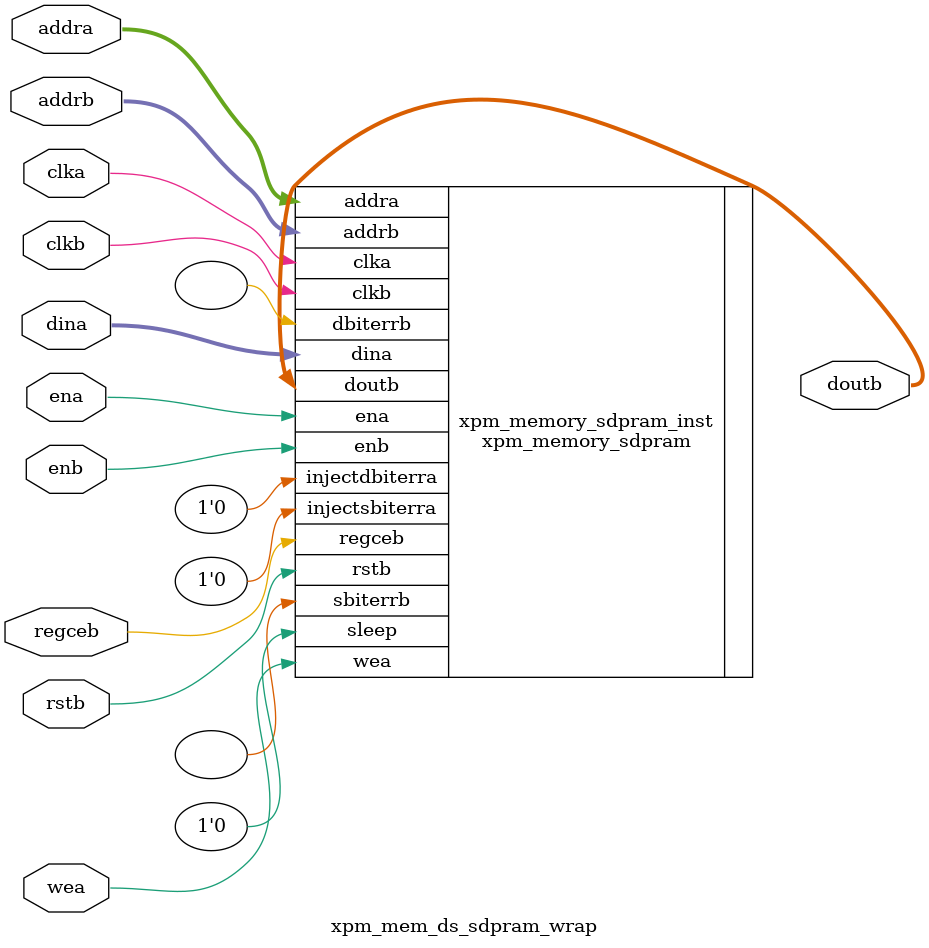
<source format=v>
`timescale 1ps / 1ps

`define EXDES_ADC_RAM_SINK

(* DowngradeIPIdentifiedWarnings="yes" *)
module exdes_rfadc_data_sink #(
  parameter  p_connections       = 8,
  parameter  p_connection_width  = 16
) (

   // AXI-Lite Interface
   (* X_INTERFACE_INFO = "xilinx.com:interface:aximm:1.0 s_axi AWADDR"  *) input  wire [17:0]  s_axi_awaddr   , // 
   (* X_INTERFACE_INFO = "xilinx.com:interface:aximm:1.0 s_axi AWVALID" *) input  wire         s_axi_awvalid  , // 
   (* X_INTERFACE_INFO = "xilinx.com:interface:aximm:1.0 s_axi AWREADY" *) output wire         s_axi_awready  , // 
   (* X_INTERFACE_INFO = "xilinx.com:interface:aximm:1.0 s_axi WDATA"   *) input  wire [31:0]  s_axi_wdata    , // 
   (* X_INTERFACE_INFO = "xilinx.com:interface:aximm:1.0 s_axi WVALID"  *) input  wire         s_axi_wvalid   , // 
   (* X_INTERFACE_INFO = "xilinx.com:interface:aximm:1.0 s_axi WREADY"  *) output wire         s_axi_wready   , //
   (* X_INTERFACE_INFO = "xilinx.com:interface:aximm:1.0 s_axi WSTRB"   *) input  wire  [3:0]  s_axi_wstrb    , //
   (* X_INTERFACE_INFO = "xilinx.com:interface:aximm:1.0 s_axi BRESP"   *) output wire  [1:0]  s_axi_bresp    , // 
   (* X_INTERFACE_INFO = "xilinx.com:interface:aximm:1.0 s_axi BVALID"  *) output wire         s_axi_bvalid   , // 
   (* X_INTERFACE_INFO = "xilinx.com:interface:aximm:1.0 s_axi BREADY"  *) input  wire         s_axi_bready   , // 
   (* X_INTERFACE_INFO = "xilinx.com:interface:aximm:1.0 s_axi ARADDR"  *) input  wire [17:0]  s_axi_araddr   , // 
   (* X_INTERFACE_INFO = "xilinx.com:interface:aximm:1.0 s_axi ARVALID" *) input  wire         s_axi_arvalid  , // 
   (* X_INTERFACE_INFO = "xilinx.com:interface:aximm:1.0 s_axi ARREADY" *) output wire         s_axi_arready  , // 
   (* X_INTERFACE_INFO = "xilinx.com:interface:aximm:1.0 s_axi RDATA"   *) output wire [31:0]  s_axi_rdata    , // 
   (* X_INTERFACE_INFO = "xilinx.com:interface:aximm:1.0 s_axi RRESP"   *) output wire  [1:0]  s_axi_rresp    , // 
   (* X_INTERFACE_INFO = "xilinx.com:interface:aximm:1.0 s_axi RVALID"  *) output wire         s_axi_rvalid   , // 
   (* X_INTERFACE_INFO = "xilinx.com:interface:aximm:1.0 s_axi RREADY"  *) input  wire         s_axi_rready   ,  // 

   (* X_INTERFACE_INFO = "xilinx.com:interface:axis:1.0 s00 TDATA" *)       input  wire [127:0] s00_tdata , //
   (* X_INTERFACE_INFO = "xilinx.com:interface:axis:1.0 s00 TVALID" *)      input  wire         s00_tvalid, //
   (* X_INTERFACE_INFO = "xilinx.com:interface:axis:1.0 s00 TREADY" *)      output wire         s00_tready, //

   (* X_INTERFACE_INFO = "xilinx.com:signal:clock:1.0 s0_axis_clock CLK" *)
   (* X_INTERFACE_PARAMETER = "ASSOCIATED_BUSIF s00" *)
                                                                               input  wire         s0_axis_clock, //

   // Checker status for ADC path
   output reg            error_flag=0,
   output reg            done_flag=0,

   // AXI-Lite Clock/Reset. Be explicit with the IPI interface declarations
   (* X_INTERFACE_INFO = "xilinx.com:signal:clock:1.0 s_axi_aclk CLK" *)
   (* X_INTERFACE_PARAMETER = "ASSOCIATED_BUSIF s_axi" *)
   input  wire           s_axi_aclk   ,
   (* X_INTERFACE_INFO = "xilinx.com:signal:reset:1.0 s_axi_aresetn RST" *)
   (* X_INTERFACE_PARAMETER = "POLARITY ACTIVE_LOW" *)
   input  wire           s_axi_aresetn
  
  );

// ----------------------------------------------------------------------------
// Local params
// ----------------------------------------------------------------------------
localparam  p_useable_width     = 16;
localparam  p_useable_offset    = 0;
localparam  p_data_inc_val_init = 1;
localparam  p_change_width      = 12;
localparam  p_data_type_width   = 4;
localparam  p_increment_w       = 12;

// ----------------------------------------------------------------------------
// Variable declarations
// ----------------------------------------------------------------------------
wire        enable;
wire        timeout_enable;
wire [11:0] timeout_value;
reg  [1:0]  done_delay = 2'd3;
wire [15:0] done_axi_reg;
wire [15:0] error_axi_reg;

wire [0:0] error_bus;
wire [0:0] error_bus_rt;
wire [0:0] done_bus;
wire [0:0] done_bus_rt;
wire [3:0] axis_resetn_rt;
wire                                    [7:0] s00_ds_enable       ; //
wire                      [p_increment_w-1:0] s00_ds_inc          ; //
wire                  [p_data_type_width-1:0] s00_ds_type         ; //
wire                     [p_change_width-1:0] s00_ds_change_count ; //
wire                                    [1:0] s00_ds_control      ; //
wire                                          s00_ds_pulse_control; //
wire                                          s00_ds_status       ; //


// ----------------------------------------------------------------------------
// Data generator tile 0
// ----------------------------------------------------------------------------
`ifdef EXDES_ADC_RAM_SINK

xpm_mem_ds_dataCap  #( 

   .wordWidth(p_connection_width * 8)

) ds_slice_00 (

  .clk             (s0_axis_clock),
  .enable          (s00_ds_pulse_control), // This should be a pulse 
  .addrb           (s00_ds_inc  ),
  .doutb           (  ), 
  .working         (s00_ds_status  ), 
  .data_to_capture (s00_tdata)          

);

`else

ds_slice #(

   .p_cons          ( 8    ),
   .p_con_w            (p_connection_width ),
   .p_useable_w        (p_useable_width    ),
   .p_increment_w      (p_increment_w      ),
   .p_data_type_w      (p_data_type_width  ),
   .p_change_w         (p_change_width     )

) ds_slice_00 (
   .clk             (s0_axis_clock),
   //.ds_enable       (s00_ds_enable[7:0] & {8{s00_tvalid}}),
   .ds_enable       (s00_ds_enable[7:0]),
   .ds_inc          (s00_ds_inc          ),
   .ds_type         (s00_ds_type         ),
   .ds_in           (s00_tdata           ),
   .ds_change_count (s00_ds_change_count ),
   .ds_done         (done_bus[0]),
   .ds_error        (error_bus[0])
);

`endif

assign s00_tready = s00_ds_enable;

//-----------------------------------------------------------------------------
// Retime the error flags onto the AXI clock
//-----------------------------------------------------------------------------
xpm_cdc_single #(.SRC_INPUT_REG(0), .DEST_SYNC_FF(5)) cdc_error_0i (.src_clk(1'd0),.dest_clk (s_axi_aclk), .src_in (error_bus[0]), .dest_out (error_bus_rt[0]) );

always @(posedge s_axi_aclk)
   error_flag <= |error_bus_rt;

//-----------------------------------------------------------------------------
// Retime the done flags onto the AXI clock. Make output posedge sticky
//-----------------------------------------------------------------------------
xpm_cdc_single #(.SRC_INPUT_REG(0), .DEST_SYNC_FF(5)) cdc_done_0i (.src_clk(1'd0), .dest_clk (s_axi_aclk), .src_in (done_bus[0]), .dest_out (done_bus_rt[0]) );

always @(posedge s_axi_aclk) begin
   done_delay <= {done_delay[0],&done_bus_rt};
   if (~enable)
      done_flag <= 1'd0; 
   else 
      if (~done_delay[1] & done_delay[0])
         done_flag <= 1'd1; 
end

//-----------------------------------------------------------------------------
// Retime the AXIS resets for each tile
//-----------------------------------------------------------------------------
xpm_cdc_sync_rst #(.INIT(0), .INIT_SYNC_FF(1), .DEST_SYNC_FF(5)) cdc_arstn_0i ( .dest_clk (s0_axis_clock), .src_rst (s_axi_aresetn), .dest_rst (axis_resetn_rt[0]) );
assign axis_resetn_rt[1] = s_axi_aresetn;
assign axis_resetn_rt[2] = s_axi_aresetn;
assign axis_resetn_rt[3] = s_axi_aresetn;

//-----------------------------------------------------------------------------
// Create a Tile/Slice ordered bus for the AXI interface
//-----------------------------------------------------------------------------
assign done_axi_reg [ 0] = done_bus_rt [0];
assign error_axi_reg[ 0] = error_bus_rt[0];
assign done_axi_reg [ 1] = 1'd1;
assign error_axi_reg[ 1] = 1'd0;
assign done_axi_reg [ 2] = 1'd1;
assign error_axi_reg[ 2] = 1'd0;
assign done_axi_reg [ 3] = 1'd1;
assign error_axi_reg[ 3] = 1'd0;
assign done_axi_reg [ 4] = 1'd1;
assign error_axi_reg[ 4] = 1'd0;
assign done_axi_reg [ 5] = 1'd1;
assign error_axi_reg[ 5] = 1'd0;
assign done_axi_reg [ 6] = 1'd1;
assign error_axi_reg[ 6] = 1'd0;
assign done_axi_reg [ 7] = 1'd1;
assign error_axi_reg[ 7] = 1'd0;
assign done_axi_reg [ 8] = 1'd1;
assign error_axi_reg[ 8] = 1'd0;
assign done_axi_reg [ 9] = 1'd1;
assign error_axi_reg[ 9] = 1'd0;
assign done_axi_reg [10] = 1'd1;
assign error_axi_reg[10] = 1'd0;
assign done_axi_reg [11] = 1'd1;
assign error_axi_reg[11] = 1'd0;
assign done_axi_reg [12] = 1'd1;
assign error_axi_reg[12] = 1'd0;
assign done_axi_reg [13] = 1'd1;
assign error_axi_reg[13] = 1'd0;
assign done_axi_reg [14] = 1'd1;
assign error_axi_reg[14] = 1'd0;
assign done_axi_reg [15] = 1'd1;
assign error_axi_reg[15] = 1'd0;

//-----------------------------------------------------------------------------
// Control register map. Reusing the same bank as generated for the DAC
// data path control, hence the naming on the block below
//-----------------------------------------------------------------------------
rfadc_exdes_ctrl rfadc_exdes_ctrl_i (
   .adc00_ds_enable_0         (s00_ds_enable      ), //
   .adc00_ds_inc_0            (s00_ds_inc         ), //
   .adc00_ds_type_0           (s00_ds_type        ), //
   .adc00_ds_control_0        (s00_ds_control     ), //
   .adc00_ds_change_count_0   (s00_ds_change_count), //

   .adc00_ds_pulse_control_0  (s00_ds_pulse_control),
`ifdef EXDES_ADC_RAM_SINK
   .adc00_ds_status_0         (s00_ds_status ),
   .adc00_ds_data_0           (s00_tdata),
`else
   .adc00_ds_status_0         (1'b0  ),
   .adc00_ds_data_0           (128'd0),
`endif

   .adc01_ds_enable_0         (), //
   .adc01_ds_inc_0            (), //
   .adc01_ds_type_0           (), //
   .adc01_ds_control_0        (), //
   .adc01_ds_change_count_0   (), //

   .adc01_ds_pulse_control_0  (),
   .adc01_ds_status_0         (1'd0 ),
   .adc01_ds_data_0           (128'd0),

   .adc02_ds_enable_0         (), //
   .adc02_ds_inc_0            (), //
   .adc02_ds_type_0           (), //
   .adc02_ds_control_0        (), //
   .adc02_ds_change_count_0   (), //

   .adc02_ds_pulse_control_0  (),
   .adc02_ds_status_0         (1'd0 ),
   .adc02_ds_data_0           (128'd0),

   .adc03_ds_enable_0         (), //
   .adc03_ds_inc_0            (), //
   .adc03_ds_type_0           (), //
   .adc03_ds_control_0        (), //
   .adc03_ds_change_count_0   (), //

   .adc03_ds_pulse_control_0  (),
   .adc03_ds_status_0         (1'd0 ),
   .adc03_ds_data_0           (128'd0),

   .adc10_ds_enable_0         (), //
   .adc10_ds_inc_0            (), //
   .adc10_ds_type_0           (), //
   .adc10_ds_control_0        (), //
   .adc10_ds_change_count_0   (), //

   .adc10_ds_pulse_control_0  (),
   .adc10_ds_status_0         (1'd0 ),
   .adc10_ds_data_0           (128'd0),

   .adc11_ds_enable_0         (), //
   .adc11_ds_inc_0            (), //
   .adc11_ds_type_0           (), //
   .adc11_ds_control_0        (), //
   .adc11_ds_change_count_0   (), //

   .adc11_ds_pulse_control_0  (),
   .adc11_ds_status_0         (1'd0 ),
   .adc11_ds_data_0           (128'd0),

   .adc12_ds_enable_0         (), //
   .adc12_ds_inc_0            (), //
   .adc12_ds_type_0           (), //
   .adc12_ds_control_0        (), //
   .adc12_ds_change_count_0   (), //

   .adc12_ds_pulse_control_0  (),
   .adc12_ds_status_0         (1'd0 ),
   .adc12_ds_data_0           (128'd0),

   .adc13_ds_enable_0         (), //
   .adc13_ds_inc_0            (), //
   .adc13_ds_type_0           (), //
   .adc13_ds_control_0        (), //
   .adc13_ds_change_count_0   (), //

   .adc13_ds_pulse_control_0  (),
   .adc13_ds_status_0         (1'd0 ),
   .adc13_ds_data_0           (128'd0),

   .adc20_ds_enable_0         (), //
   .adc20_ds_inc_0            (), //
   .adc20_ds_type_0           (), //
   .adc20_ds_control_0        (), //
   .adc20_ds_change_count_0   (), //

   .adc20_ds_pulse_control_0  (),
   .adc20_ds_status_0         (1'd0 ),
   .adc20_ds_data_0           (128'd0),

   .adc21_ds_enable_0         (), //
   .adc21_ds_inc_0            (), //
   .adc21_ds_type_0           (), //
   .adc21_ds_control_0        (), //
   .adc21_ds_change_count_0   (), //

   .adc21_ds_pulse_control_0  (),
   .adc21_ds_status_0         (1'd0 ),
   .adc21_ds_data_0           (128'd0),

   .adc22_ds_enable_0         (), //
   .adc22_ds_inc_0            (), //
   .adc22_ds_type_0           (), //
   .adc22_ds_control_0        (), //
   .adc22_ds_change_count_0   (), //

   .adc22_ds_pulse_control_0  (),
   .adc22_ds_status_0         (1'd0 ),
   .adc22_ds_data_0           (128'd0),

   .adc23_ds_enable_0         (), //
   .adc23_ds_inc_0            (), //
   .adc23_ds_type_0           (), //
   .adc23_ds_control_0        (), //
   .adc23_ds_change_count_0   (), //

   .adc23_ds_pulse_control_0  (),
   .adc23_ds_status_0         (1'd0 ),
   .adc23_ds_data_0           (128'd0),

   .adc30_ds_enable_0         (), //
   .adc30_ds_inc_0            (), //
   .adc30_ds_type_0           (), //
   .adc30_ds_control_0        (), //
   .adc30_ds_change_count_0   (), //

   .adc30_ds_pulse_control_0  (),
   .adc30_ds_status_0         (1'd0 ),
   .adc30_ds_data_0           (128'd0),

   .adc31_ds_enable_0         (), //
   .adc31_ds_inc_0            (), //
   .adc31_ds_type_0           (), //
   .adc31_ds_control_0        (), //
   .adc31_ds_change_count_0   (), //

   .adc31_ds_pulse_control_0  (),
   .adc31_ds_status_0         (1'd0 ),
   .adc31_ds_data_0           (128'd0),

   .adc32_ds_enable_0         (), //
   .adc32_ds_inc_0            (), //
   .adc32_ds_type_0           (), //
   .adc32_ds_control_0        (), //
   .adc32_ds_change_count_0   (), //

   .adc32_ds_pulse_control_0  (),
   .adc32_ds_status_0         (1'd0 ),
   .adc32_ds_data_0           (128'd0),

   .adc33_ds_enable_0         (), //
   .adc33_ds_inc_0            (), //
   .adc33_ds_type_0           (), //
   .adc33_ds_control_0        (), //
   .adc33_ds_change_count_0   (), //

   .adc33_ds_pulse_control_0  (),
   .adc33_ds_status_0         (1'd0 ),
   .adc33_ds_data_0           (128'd0),


   .adc_fab_clk0           (s0_axis_clock),
   .adc_fab_resetn0        (axis_resetn_rt[0] ), // Negedge reset
   .adc_fab_clk1           (s_axi_aclk     ),
   .adc_fab_resetn1        (axis_resetn_rt[1] ), // Negedge reset
   .adc_fab_clk2           (s_axi_aclk     ),
   .adc_fab_resetn2        (axis_resetn_rt[2] ), // Negedge reset
   .adc_fab_clk3           (s_axi_aclk     ),
   .adc_fab_resetn3        (axis_resetn_rt[3] ), // Negedge reset

   .enable                 (enable          ),
   .timeout_enable         (timeout_enable  ),
   .timeout_value          (timeout_value   ),
   .error                  (error_flag      ),

   .timeout_enable_in      (timeout_enable  ),
   .timeout_value_in       (timeout_value   ), 

   .done_axi_reg           (done_axi_reg    ), 
   .error_axi_reg          (error_axi_reg   ), 

   .s_axi_aclk             (s_axi_aclk      ),
   .s_axi_aresetn          (s_axi_aresetn   ),

   .s_axi_awaddr           (s_axi_awaddr    ),
   .s_axi_awvalid          (s_axi_awvalid   ),
   .s_axi_awready          (s_axi_awready   ),
   .s_axi_wdata            (s_axi_wdata     ),
   .s_axi_wvalid           (s_axi_wvalid    ),
   .s_axi_wready           (s_axi_wready    ),
   .s_axi_bresp            (s_axi_bresp     ),
   .s_axi_bvalid           (s_axi_bvalid    ),
   .s_axi_bready           (s_axi_bready    ),
   .s_axi_araddr           (s_axi_araddr    ),
   .s_axi_arvalid          (s_axi_arvalid   ),
   .s_axi_arready          (s_axi_arready   ),
   .s_axi_rdata            (s_axi_rdata     ),
   .s_axi_rresp            (s_axi_rresp     ),
   .s_axi_rvalid           (s_axi_rvalid    ),
   .s_axi_rready           (s_axi_rready    )

);

endmodule

`ifdef EXDES_ADC_RAM_SINK
//------------------------------------------------------------------------------
// RAM Data capture module.
//------------------------------------------------------------------------------
module xpm_mem_ds_dataCap #(
   parameter wordWidth     = 32,
   parameter addrWidth     = 8
) (

  input  wire                    clk            ,
  input  wire                    enable         , // This should be a pulse 
  input  wire [addrWidth-1:0]    addrb          ,
  output wire [wordWidth-1:0]    doutb          , 
  output reg                     working=0      , 
  input  wire [wordWidth-1:0]    data_to_capture          

);

// 
localparam wordsInMemory = 2 ** addrWidth;

// Internal variables
reg                    wea   =0; // 
reg [addrWidth-1:0]    addra =0; // 
reg [wordWidth-1:0]    dina  =0; // 

// Always keep our mem 2^^n so this can just rollover
always @(posedge clk) begin
   if (~working) begin
      addra   <=  'd0;
      dina    <=  'd0;
      wea     <=  enable;
      working <=  enable; // Set on an enable pulse. Enable is ignored until complete
   end else begin
      addra <= addra + 'd1;
      dina  <= data_to_capture;
      if (addra == (wordsInMemory - 1)) begin
         // Once we reach the top of memory we stop.
         wea     <= 1'd0;
         working <= 1'b0;      
      end else begin
         wea     <= 1'd1;
         working <= 1'b1;           
      end
   end
end

//-----------------------------------------------------------------------------
// Instance the wrapped xpm wrapper
//-----------------------------------------------------------------------------
xpm_mem_ds_wrap2 #(

   .wordWidth     (wordWidth),
   .wordsInMemory (wordsInMemory),
   .addrWidth     (addrWidth)
   
) xpm_mem_ds_wrap2_i (
.clk            (clk      ) ,
.wea            (wea      ) ,
.addra          (addra    ) ,
.dina           (dina     ) ,
.addrb          (addrb    ) ,
.doutb          (doutb    ) 

);

endmodule

//-----------------------------------------------------------------------------
// Wrap the XPM wrapper with fixed enables
//-----------------------------------------------------------------------------
module xpm_mem_ds_wrap2 #(
   parameter wordWidth     = 32,
   parameter wordsInMemory = 128,
   parameter addrWidth     = 8
) (

  input  wire                    clk            ,

  input  wire                    wea            ,
  input  wire [addrWidth-1:0]    addra          ,
  input  wire [wordWidth-1:0]    dina           ,

  input  wire [addrWidth-1:0]    addrb          ,
  output wire [wordWidth-1:0]    doutb          

);

xpm_mem_ds_sdpram_wrap #(

   .wordWidth     (wordWidth    ),
   .wordsInMemory (wordsInMemory),
   .addrWidth     (addrWidth    )
   
) xpm_mem_ds_sdpram_wrap_i (
.clka           (clk    ) ,
.ena            (1'd1   ) , // Tie of the enables
.wea            (wea    ) ,
.addra          (addra  ) ,
.dina           (dina   ) ,
.clkb           (clk    ) ,
.rstb           (1'd0   ) ,
.enb            (1'd1   ) ,
.regceb         (1'd1   ) ,
.addrb          (addrb  ) ,
.doutb          (doutb  ) 

);

endmodule

//-----------------------------------------------------------------------------
// XPM wrapper. Lowest level block in RAM CAP/GEN
//-----------------------------------------------------------------------------
module xpm_mem_ds_sdpram_wrap #(
   parameter wordWidth     = 256,
   parameter wordsInMemory = 128,
   parameter addrWidth     = 8
) (

  input  wire                    clka           ,
  input  wire                    ena            ,
  input  wire                    wea            ,
  input  wire [addrWidth-1:0]    addra          ,
  input  wire [wordWidth-1:0]    dina           ,

  // Port B module ports
  input  wire                    clkb           ,
  input  wire                    rstb           ,
  input  wire                    enb            ,
  input  wire                    regceb         ,
  input  wire [addrWidth-1:0]    addrb          ,
  output wire [wordWidth-1:0]    doutb          

);

// xpm_memory_sdpram: Simple Dual Port RAM
// Xilinx Parameterized Macro, Version 2016.3
xpm_memory_sdpram # (

  // Common module parameters
  .MEMORY_SIZE        (wordWidth*wordsInMemory), //positive integer
  .MEMORY_PRIMITIVE   ("auto"),                  // string; "auto", "distributed", "block" or "ultra";
  .CLOCKING_MODE      ("common_clock"),          // string; "common_clock", "independent_clock" 
  .MEMORY_INIT_FILE   ("none"),                  // string; "none" or "<filename>.mem" 
  .MEMORY_INIT_PARAM  (""    ),                  // string;
  .USE_MEM_INIT       (1),                       // integer; 0,1
  .WAKEUP_TIME        ("disable_sleep"),         // string; "disable_sleep" or "use_sleep_pin" 
  .MESSAGE_CONTROL    (0),                       // integer; 0,1
  .ECC_MODE           ("no_ecc"),                // string; "no_ecc", "encode_only", "decode_only" or "both_encode_and_decode" 
  .AUTO_SLEEP_TIME    (0),                       // Do not Change

  // Port A module parameters
  .WRITE_DATA_WIDTH_A (wordWidth),               // positive integer
  .BYTE_WRITE_WIDTH_A (wordWidth),               // integer; 8, 9, or WRITE_DATA_WIDTH_A value
  .ADDR_WIDTH_A       (addrWidth),               // positive integer

  // Port B module parameters
  .READ_DATA_WIDTH_B  (wordWidth),               // positive integer
  .ADDR_WIDTH_B       (addrWidth),               // positive integer
  .READ_RESET_VALUE_B ("0"),                     // string
  .READ_LATENCY_B     (2),                       // non-negative integer
  .WRITE_MODE_B       ("no_change")              // string; "write_first", "read_first", "no_change" 

) xpm_memory_sdpram_inst (

  // Common module ports
  .sleep          (1'b0),

  // Port A module ports
  .clka           (clka),
  .ena            (ena),
  .wea            (wea),
  .addra          (addra),
  .dina           (dina),
  .injectsbiterra (1'b0),
  .injectdbiterra (1'b0),

  // Port B module ports
  .clkb           (clkb),
  .rstb           (rstb),
  .enb            (enb),
  .regceb         (regceb),
  .addrb          (addrb),
  .doutb          (doutb),
  .sbiterrb       (),
  .dbiterrb       ()

);

endmodule
`endif

</source>
